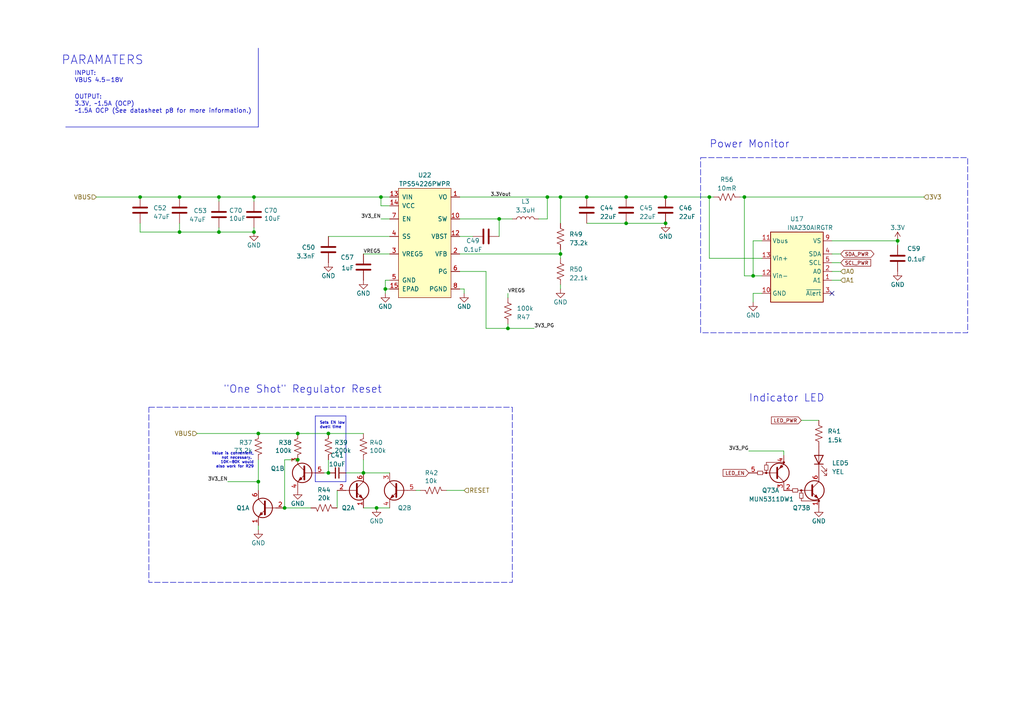
<source format=kicad_sch>
(kicad_sch (version 20230121) (generator eeschema)
  (paper "A4")
  (lib_symbols
    (symbol "Device:C" (pin_numbers hide) (pin_names (offset 0.254))
      (property "Reference" "C" (at 0.635 2.54 0))
      (property "Value" "C" (at 0.635 -2.54 0))
      (symbol "C_0_1"
        (polyline (pts (xy -2.032 -0.762) (xy 2.032 -0.762)) (stroke (width 0.508)))
        (polyline (pts (xy -2.032 0.762) (xy 2.032 0.762)) (stroke (width 0.508)))
      )
      (symbol "C_1_1"
        (pin passive line (at 0 3.81 270) (length 2.794) (name "~") (number "1"))
        (pin passive line (at 0 -3.81 90) (length 2.794) (name "~") (number "2"))
      )
    )
    (symbol "Device:C_Small" (pin_numbers hide) (pin_names (offset 0.254) hide)
      (property "Reference" "C" (at 0.254 1.778 0))
      (property "Value" "C_Small" (at 0.254 -2.032 0))
      (symbol "C_Small_0_1"
        (polyline (pts (xy -1.524 -0.508) (xy 1.524 -0.508)) (stroke (width 0.3302)))
        (polyline (pts (xy -1.524 0.508) (xy 1.524 0.508)) (stroke (width 0.3048)))
      )
      (symbol "C_Small_1_1"
        (pin passive line (at 0 2.54 270) (length 2.032) (name "~") (number "1"))
        (pin passive line (at 0 -2.54 90) (length 2.032) (name "~") (number "2"))
      )
    )
    (symbol "Device:L" (pin_numbers hide) (pin_names (offset 1.016) hide)
      (property "Reference" "L" (at -1.27 0 90))
      (property "Value" "L" (at 1.905 0 90))
      (symbol "L_0_1"
        (arc (start 0 -2.54) (mid 0.6323 -1.905) (end 0 -1.27))
        (arc (start 0 -1.27) (mid 0.6323 -0.635) (end 0 0))
        (arc (start 0 0) (mid 0.6323 0.635) (end 0 1.27))
        (arc (start 0 1.27) (mid 0.6323 1.905) (end 0 2.54))
      )
      (symbol "L_1_1"
        (pin passive line (at 0 3.81 270) (length 1.27) (name "1") (number "1"))
        (pin passive line (at 0 -3.81 90) (length 1.27) (name "2") (number "2"))
      )
    )
    (symbol "Device:LED" (pin_numbers hide) (pin_names (offset 1.016) hide)
      (property "Reference" "D" (at 0 2.54 0))
      (property "Value" "LED" (at 0 -2.54 0))
      (symbol "LED_0_1"
        (polyline (pts (xy -1.27 -1.27) (xy -1.27 1.27)) (stroke (width 0.254)))
        (polyline (pts (xy -1.27 0) (xy 1.27 0)))
        (polyline (pts (xy 1.27 -1.27) (xy 1.27 1.27) (xy -1.27 0) (xy 1.27 -1.27)) (stroke (width 0.254)))
        (polyline (pts (xy -3.048 -0.762) (xy -4.572 -2.286) (xy -3.81 -2.286) (xy -4.572 -2.286) (xy -4.572 -1.524)))
        (polyline (pts (xy -1.778 -0.762) (xy -3.302 -2.286) (xy -2.54 -2.286) (xy -3.302 -2.286) (xy -3.302 -1.524)))
      )
      (symbol "LED_1_1"
        (pin passive line (at -3.81 0 0) (length 2.54) (name "K") (number "1"))
        (pin passive line (at 3.81 0 180) (length 2.54) (name "A") (number "2"))
      )
    )
    (symbol "Device:R_US" (pin_numbers hide) (pin_names (offset 0))
      (property "Reference" "R" (at 2.54 0 90))
      (property "Value" "R_US" (at -2.54 0 90))
      (symbol "R_US_0_1"
        (polyline (pts (xy 0 -2.286) (xy 0 -2.54)))
        (polyline (pts (xy 0 2.286) (xy 0 2.54)))
        (polyline (pts (xy 0 -0.762) (xy 1.016 -1.143) (xy 0 -1.524) (xy -1.016 -1.905) (xy 0 -2.286)))
        (polyline (pts (xy 0 0.762) (xy 1.016 0.381) (xy 0 0) (xy -1.016 -0.381) (xy 0 -0.762)))
        (polyline (pts (xy 0 2.286) (xy 1.016 1.905) (xy 0 1.524) (xy -1.016 1.143) (xy 0 0.762)))
      )
      (symbol "R_US_1_1"
        (pin passive line (at 0 3.81 270) (length 1.27) (name "~") (number "1"))
        (pin passive line (at 0 -3.81 90) (length 1.27) (name "~") (number "2"))
      )
    )
    (symbol "SierraLobo:INA230AxRGT"
      (property "Reference" "U" (at 1.27 1.27 0))
      (property "Value" "INA226A" (at 11.43 1.27 0))
      (symbol "INA230AxRGT_0_1"
        (rectangle (start 0 0) (end 15.24 -20.32) (stroke (width 0.254)) (fill (type background)))
      )
      (symbol "INA230AxRGT_1_1"
        (pin input line (at 17.78 -13.97 180) (length 2.54) (name "A1") (number "1"))
        (pin power_in line (at -2.54 -17.78 0) (length 2.54) (name "GND") (number "10"))
        (pin input line (at -2.54 -2.54 0) (length 2.54) (name "Vbus") (number "11"))
        (pin input line (at -2.54 -12.7 0) (length 2.54) (name "Vin-") (number "12"))
        (pin input line (at -2.54 -7.62 0) (length 2.54) (name "Vin+") (number "13"))
        (pin power_in line (at -2.54 -17.78 0) (length 2.54) hide (name "EP") (number "17"))
        (pin input line (at 17.78 -11.43 180) (length 2.54) (name "A0") (number "2"))
        (pin open_collector line (at 17.78 -17.78 180) (length 2.54) (name "~{Alert}") (number "3"))
        (pin bidirectional line (at 17.78 -6.35 180) (length 2.54) (name "SDA") (number "4"))
        (pin input line (at 17.78 -8.89 180) (length 2.54) (name "SCL") (number "5"))
        (pin power_in line (at 17.78 -2.54 180) (length 2.54) (name "VS") (number "9"))
      )
    )
    (symbol "SierraLobo:MUN5312DW1" (pin_names hide)
      (property "Reference" "Q" (at 3.81 1.27 0))
      (property "Value" "MUN5311DW1" (at 3.81 -1.27 0))
      (symbol "MUN5312DW1_0_1"
        (rectangle (start -6.35 0.508) (end -4.826 -0.508))
        (rectangle (start -4.318 -2.286) (end -3.302 -0.762))
        (circle (center -3.81 0) (radius 0.254) (fill (type outline)))
        (polyline (pts (xy -3.81 -0.762) (xy -3.81 0)))
        (polyline (pts (xy -0.762 0) (xy -4.826 0)))
        (polyline (pts (xy -0.635 1.524) (xy -0.635 -1.524)) (stroke (width 0.508)))
        (polyline (pts (xy -3.81 -2.286) (xy -3.81 -3.048) (xy 1.27 -3.048)))
        (circle (center 1.27 -3.048) (radius 0.254) (fill (type outline)))
      )
      (symbol "MUN5312DW1_1_1"
        (polyline (pts (xy -0.635 0.635) (xy 1.27 2.54)))
        (polyline (pts (xy -0.635 -0.635) (xy 1.27 -2.54) (xy 1.27 -2.54)))
        (polyline (pts (xy 1.016 -1.778) (xy 0.508 -2.286) (xy 0 -1.27) (xy 1.016 -1.778) (xy 1.016 -1.778)) (fill (type outline)))
        (circle (center 0 0) (radius 2.8194) (stroke (width 0.254)))
        (pin passive line (at 1.27 5.08 270) (length 2.54) (name "C1") (number "3"))
        (pin passive line (at 1.27 -5.08 90) (length 2.54) (name "E1") (number "4"))
        (pin input line (at -8.89 0 0) (length 2.54) (name "B1") (number "5"))
      )
      (symbol "MUN5312DW1_2_1"
        (polyline (pts (xy -0.635 0.635) (xy 1.27 2.54)))
        (polyline (pts (xy -0.635 -0.635) (xy 1.27 -2.54) (xy 1.27 -2.54)))
        (polyline (pts (xy 0 -1.778) (xy 0.508 -1.27) (xy 1.016 -2.286) (xy 0 -1.778) (xy 0 -1.778)) (fill (type outline)))
        (circle (center 0 0) (radius 2.8194) (stroke (width 0.254)))
        (pin passive line (at 1.27 -5.08 90) (length 2.54) (name "E2") (number "1"))
        (pin input line (at -8.89 0 0) (length 2.54) (name "B2") (number "2"))
        (pin passive line (at 1.27 5.08 270) (length 2.54) (name "C2") (number "6"))
      )
    )
    (symbol "SierraLobo:TPS54226PWPR_" (pin_names (offset 1.016))
      (property "Reference" "U" (at 0 3.81 0))
      (property "Value" "TPS54226PWPR" (at 0 1.27 0))
      (symbol "TPS54226PWPR__1_0"
        (pin output line (at 10.16 -2.54 180) (length 2.54) (name "VO") (number "1"))
        (pin passive line (at 10.16 -8.89 180) (length 2.54) (name "SW") (number "10"))
        (pin passive line (at 10.16 -8.89 180) (length 2.54) hide (name "SW") (number "11"))
        (pin input line (at 10.16 -13.97 180) (length 2.54) (name "VBST") (number "12"))
        (pin input line (at -10.16 -2.54 0) (length 2.54) (name "VIN") (number "13"))
        (pin input line (at -10.16 -5.08 0) (length 2.54) (name "VCC") (number "14"))
        (pin passive line (at -10.16 -29.21 0) (length 2.54) (name "EPAD") (number "15"))
        (pin input line (at 10.16 -19.05 180) (length 2.54) (name "VFB") (number "2"))
        (pin output line (at -10.16 -19.05 0) (length 2.54) (name "VREG5") (number "3"))
        (pin passive line (at -10.16 -13.97 0) (length 2.54) (name "SS") (number "4"))
        (pin power_in line (at -10.16 -26.67 0) (length 2.54) (name "GND") (number "5"))
        (pin output line (at 10.16 -24.13 180) (length 2.54) (name "PG") (number "6"))
        (pin input line (at -10.16 -8.89 0) (length 2.54) (name "EN") (number "7"))
        (pin power_in line (at 10.16 -29.21 180) (length 2.54) (name "PGND") (number "8"))
        (pin power_in line (at 10.16 -29.21 180) (length 2.54) hide (name "PGND") (number "9"))
      )
      (symbol "TPS54226PWPR__1_1"
        (rectangle (start -7.62 0) (end 7.62 -31.75) (fill (type background)))
      )
    )
    (symbol "Transistor_BJT:MMDT5551" (pin_names (offset 0) hide)
      (property "Reference" "Q" (at 5.08 1.27 0))
      (property "Value" "MMDT5551" (at 5.08 -1.27 0))
      (symbol "MMDT5551_0_1"
        (polyline (pts (xy 0.635 0) (xy -2.54 0)))
        (polyline (pts (xy 0.635 0.635) (xy 2.54 2.54)))
        (polyline (pts (xy 0.635 -0.635) (xy 2.54 -2.54) (xy 2.54 -2.54)))
        (polyline (pts (xy 0.635 1.905) (xy 0.635 -1.905) (xy 0.635 -1.905)) (stroke (width 0.508)))
        (polyline (pts (xy 1.27 -1.778) (xy 1.778 -1.27) (xy 2.286 -2.286) (xy 1.27 -1.778) (xy 1.27 -1.778)) (fill (type outline)))
        (circle (center 1.27 0) (radius 2.8194) (stroke (width 0.254)))
      )
      (symbol "MMDT5551_1_1"
        (pin passive line (at 2.54 -5.08 90) (length 2.54) (name "E1") (number "1"))
        (pin input line (at -5.08 0 0) (length 2.54) (name "B1") (number "2"))
        (pin passive line (at 2.54 5.08 270) (length 2.54) (name "C1") (number "6"))
      )
      (symbol "MMDT5551_2_1"
        (pin passive line (at 2.54 5.08 270) (length 2.54) (name "C2") (number "3"))
        (pin passive line (at 2.54 -5.08 90) (length 2.54) (name "E2") (number "4"))
        (pin input line (at -5.08 0 0) (length 2.54) (name "B2") (number "5"))
      )
    )
    (symbol "mainboard:3.3V" (power) (pin_names (offset 1.016))
      (property "Value" "3.3V" (at -1.016 3.556 0))
      (symbol "3.3V_1_0"
        (polyline (pts (xy 0 2.54) (xy -0.762 1.27)))
        (polyline (pts (xy 0.762 1.27) (xy 0 2.54)))
        (pin power_in line (at 0 0 90) (length 2.54) (name "3.3V") (number "1"))
      )
    )
    (symbol "power:GND" (power) (pin_names (offset 0))
      (property "Value" "GND" (at 0 -3.81 0))
      (symbol "GND_0_1"
        (polyline (pts (xy 0 0) (xy 0 -1.27) (xy 1.27 -1.27) (xy 0 -2.54) (xy -1.27 -1.27) (xy 0 -1.27)))
      )
      (symbol "GND_1_1"
        (pin power_in line (at 0 0 270) (length 0) hide (name "GND") (number "1"))
      )
    )
  )
  (junction (at 260.35 69.85))
  (junction (at 215.9 57.15))
  (junction (at 52.07 67.31))
  (junction (at 52.07 57.15))
  (junction (at 86.36 125.73))
  (junction (at 74.93 125.73))
  (junction (at 205.74 57.15))
  (junction (at 110.49 57.15))
  (junction (at 63.5 67.31))
  (junction (at 86.36 133.35))
  (junction (at 95.25 137.16))
  (junction (at 63.5 57.15))
  (junction (at 162.56 57.15))
  (junction (at 109.22 147.32))
  (junction (at 105.41 137.16))
  (junction (at 181.61 57.15))
  (junction (at 40.64 57.15))
  (junction (at 111.76 83.82))
  (junction (at 95.25 125.73))
  (junction (at 158.75 57.15))
  (junction (at 73.66 67.31))
  (junction (at 82.55 147.32))
  (junction (at 193.04 64.77))
  (junction (at 193.04 57.15))
  (junction (at 170.18 57.15))
  (junction (at 162.56 73.66))
  (junction (at 181.61 64.77))
  (junction (at 144.78 63.5))
  (junction (at 147.32 95.25))
  (junction (at 218.44 80.01))
  (junction (at 73.66 57.15))
  (junction (at 74.93 139.7))
  (no_connect (at 241.3 85.09))
  (polyline (pts (xy 100.33 139.7) (xy 100.33 120.65)))
  (wire (pts (xy 217.17 130.81) (xy 227.33 130.81)))
  (wire (pts (xy 215.9 57.15) (xy 215.9 80.01)))
  (wire (pts (xy 40.64 67.31) (xy 52.07 67.31)))
  (wire (pts (xy 105.41 133.35) (xy 105.41 137.16)))
  (wire (pts (xy 93.98 137.16) (xy 95.25 137.16)))
  (wire (pts (xy 86.36 133.35) (xy 86.36 132.08)))
  (wire (pts (xy 205.74 74.93) (xy 220.98 74.93)))
  (wire (pts (xy 52.07 67.31) (xy 52.07 64.77)))
  (wire (pts (xy 111.76 81.28) (xy 113.03 81.28)))
  (wire (pts (xy 111.76 83.82) (xy 113.03 83.82)))
  (wire (pts (xy 63.5 66.04) (xy 63.5 67.31)))
  (wire (pts (xy 133.35 68.58) (xy 137.16 68.58)))
  (wire (pts (xy 134.62 83.82) (xy 133.35 83.82)))
  (wire (pts (xy 140.97 95.25) (xy 147.32 95.25)))
  (wire (pts (xy 86.36 125.73) (xy 95.25 125.73)))
  (wire (pts (xy 111.76 83.82) (xy 111.76 85.09)))
  (wire (pts (xy 215.9 57.15) (xy 267.97 57.15)))
  (wire (pts (xy 133.35 57.15) (xy 158.75 57.15)))
  (wire (pts (xy 134.62 142.24) (xy 129.54 142.24)))
  (wire (pts (xy 82.55 147.32) (xy 82.55 133.35)))
  (wire (pts (xy 73.66 57.15) (xy 110.49 57.15)))
  (wire (pts (xy 73.66 57.15) (xy 73.66 58.42)))
  (wire (pts (xy 156.21 63.5) (xy 158.75 63.5)))
  (wire (pts (xy 241.3 73.66) (xy 243.84 73.66)))
  (wire (pts (xy 111.76 81.28) (xy 111.76 83.82)))
  (wire (pts (xy 205.74 74.93) (xy 205.74 57.15)))
  (wire (pts (xy 95.25 125.73) (xy 105.41 125.73)))
  (wire (pts (xy 74.93 139.7) (xy 74.93 142.24)))
  (wire (pts (xy 52.07 67.31) (xy 63.5 67.31)))
  (wire (pts (xy 241.3 78.74) (xy 243.84 78.74)))
  (wire (pts (xy 144.78 63.5) (xy 144.78 68.58)))
  (wire (pts (xy 73.66 66.04) (xy 73.66 67.31)))
  (wire (pts (xy 158.75 57.15) (xy 162.56 57.15)))
  (wire (pts (xy 40.64 67.31) (xy 40.64 64.77)))
  (wire (pts (xy 205.74 57.15) (xy 207.01 57.15)))
  (wire (pts (xy 227.33 130.81) (xy 227.33 132.08)))
  (polyline (pts (xy 74.93 13.97) (xy 74.93 36.83)))
  (wire (pts (xy 100.33 137.16) (xy 105.41 137.16)))
  (wire (pts (xy 241.3 69.85) (xy 260.35 69.85)))
  (polyline (pts (xy 100.33 139.7) (xy 91.44 139.7)))
  (wire (pts (xy 140.97 95.25) (xy 140.97 78.74)))
  (wire (pts (xy 170.18 64.77) (xy 181.61 64.77)))
  (wire (pts (xy 147.32 93.98) (xy 147.32 95.25)))
  (wire (pts (xy 110.49 63.5) (xy 113.03 63.5)))
  (wire (pts (xy 218.44 80.01) (xy 220.98 80.01)))
  (polyline (pts (xy 91.44 139.7) (xy 91.44 120.65)))
  (wire (pts (xy 74.93 133.35) (xy 74.93 139.7)))
  (wire (pts (xy 97.79 147.32) (xy 97.79 142.24)))
  (wire (pts (xy 113.03 137.16) (xy 105.41 137.16)))
  (wire (pts (xy 162.56 83.82) (xy 162.56 82.55)))
  (wire (pts (xy 63.5 67.31) (xy 73.66 67.31)))
  (wire (pts (xy 162.56 72.39) (xy 162.56 73.66)))
  (wire (pts (xy 260.35 69.85) (xy 260.35 71.12)))
  (wire (pts (xy 74.93 125.73) (xy 86.36 125.73)))
  (wire (pts (xy 63.5 57.15) (xy 73.66 57.15)))
  (wire (pts (xy 215.9 80.01) (xy 218.44 80.01)))
  (wire (pts (xy 133.35 63.5) (xy 144.78 63.5)))
  (wire (pts (xy 241.3 76.2) (xy 243.84 76.2)))
  (wire (pts (xy 27.94 57.15) (xy 40.64 57.15)))
  (wire (pts (xy 105.41 73.66) (xy 113.03 73.66)))
  (wire (pts (xy 134.62 85.09) (xy 134.62 83.82)))
  (wire (pts (xy 232.41 121.92) (xy 237.49 121.92)))
  (wire (pts (xy 57.15 125.73) (xy 74.93 125.73)))
  (wire (pts (xy 74.93 152.4) (xy 74.93 153.67)))
  (wire (pts (xy 220.98 69.85) (xy 218.44 69.85)))
  (wire (pts (xy 170.18 57.15) (xy 181.61 57.15)))
  (wire (pts (xy 90.17 147.32) (xy 82.55 147.32)))
  (wire (pts (xy 218.44 69.85) (xy 218.44 80.01)))
  (wire (pts (xy 66.04 139.7) (xy 74.93 139.7)))
  (wire (pts (xy 40.64 57.15) (xy 52.07 57.15)))
  (wire (pts (xy 105.41 147.32) (xy 109.22 147.32)))
  (wire (pts (xy 133.35 73.66) (xy 162.56 73.66)))
  (wire (pts (xy 95.25 68.58) (xy 113.03 68.58)))
  (wire (pts (xy 218.44 85.09) (xy 220.98 85.09)))
  (wire (pts (xy 144.78 63.5) (xy 148.59 63.5)))
  (wire (pts (xy 109.22 147.32) (xy 113.03 147.32)))
  (wire (pts (xy 147.32 85.09) (xy 147.32 86.36)))
  (wire (pts (xy 52.07 57.15) (xy 63.5 57.15)))
  (wire (pts (xy 193.04 57.15) (xy 205.74 57.15)))
  (wire (pts (xy 158.75 63.5) (xy 158.75 57.15)))
  (wire (pts (xy 162.56 73.66) (xy 162.56 74.93)))
  (wire (pts (xy 181.61 64.77) (xy 193.04 64.77)))
  (polyline (pts (xy 19.05 36.83) (xy 74.93 36.83)))
  (wire (pts (xy 214.63 57.15) (xy 215.9 57.15)))
  (wire (pts (xy 218.44 87.63) (xy 218.44 85.09)))
  (wire (pts (xy 241.3 81.28) (xy 243.84 81.28)))
  (wire (pts (xy 181.61 57.15) (xy 193.04 57.15)))
  (wire (pts (xy 162.56 57.15) (xy 162.56 64.77)))
  (wire (pts (xy 140.97 78.74) (xy 133.35 78.74)))
  (wire (pts (xy 63.5 58.42) (xy 63.5 57.15)))
  (polyline (pts (xy 100.33 120.65) (xy 91.44 120.65)))
  (wire (pts (xy 95.25 133.35) (xy 95.25 137.16)))
  (wire (pts (xy 162.56 57.15) (xy 170.18 57.15)))
  (wire (pts (xy 110.49 59.69) (xy 113.03 59.69)))
  (wire (pts (xy 110.49 57.15) (xy 113.03 57.15)))
  (wire (pts (xy 147.32 95.25) (xy 154.94 95.25)))
  (wire (pts (xy 121.92 142.24) (xy 120.65 142.24)))
  (wire (pts (xy 110.49 59.69) (xy 110.49 57.15)))
  (wire (pts (xy 82.55 133.35) (xy 86.36 133.35)))
  (rectangle (start 203.2 45.72) (end 280.67 96.52) (stroke (width 0) (type dash)))
  (rectangle (start 43.18 118.11) (end 148.59 168.91) (stroke (width 0) (type dash)))
  (text "Value is convenient,\nnot necessary. \n10K-80K would\nalso work for R29" (at 73.66 135.89 0) (effects (font (size 0.7874 0.7874)) (justify right bottom)))
  (text "\"One Shot\" Regulator Reset" (at 64.77 114.3 0) (effects (font (size 2.159 2.159)) (justify left bottom)))
  (text "PARAMATERS" (at 17.78 19.05 0) (effects (font (size 2.54 2.54)) (justify left bottom)))
  (text "Indicator LED" (at 217.17 116.84 0) (effects (font (size 2.159 2.159)) (justify left bottom)))
  (text "OUTPUT:\n3.3V, ~1.5A (OCP)\n~1.5A OCP (See datasheet p8 for more information.)" (at 21.59 33.02 0) (effects (font (size 1.27 1.27)) (justify left bottom)))
  (text "INPUT:\nVBUS 4.5-18V\n" (at 21.59 24.13 0) (effects (font (size 1.27 1.27)) (justify left bottom)))
  (text "Sets EN low\ndwell time" (at 92.71 124.46 0) (effects (font (size 0.7874 0.7874)) (justify left bottom)))
  (text "Power Monitor" (at 205.74 43.18 0) (effects (font (size 2.159 2.159)) (justify left bottom)))
  (label "3V3_EN" (at 110.49 63.5 180) (effects (font (size 1.016 1.016))))
  (label "3V3_PG" (at 154.94 95.25 0) (effects (font (size 1.016 1.016))))
  (label "VREG5" (at 105.41 73.66 0) (effects (font (size 1.016 1.016))))
  (label "3.3Vout" (at 142.24 57.15 0) (effects (font (size 1.016 1.016))))
  (label "3V3_PG" (at 217.17 130.81 180) (effects (font (size 1.016 1.016))))
  (label "3V3_EN" (at 66.04 139.7 180) (effects (font (size 1.016 1.016))))
  (label "VREG5" (at 147.32 85.09 0) (effects (font (size 1.016 1.016))))
  (global_label "LED_EN" (shape input) (at 217.17 137.16 180) (effects (font (size 1.016 1.016))) (property "Intersheetrefs" "${INTERSHEET_REFS}" (effects hide)))
  (global_label "SCL_PWR" (shape input) (at 243.84 76.2 0) (effects (font (size 1.016 1.016))) (property "Intersheetrefs" "${INTERSHEET_REFS}" (effects hide)))
  (global_label "SDA_PWR" (shape bidirectional) (at 243.84 73.66 0) (effects (font (size 1.016 1.016))) (property "Intersheetrefs" "${INTERSHEET_REFS}" (effects hide)))
  (global_label "LED_PWR" (shape input) (at 232.41 121.92 180) (effects (font (size 1.016 1.016))) (property "Intersheetrefs" "${INTERSHEET_REFS}" (effects hide)))
  (hierarchical_label "VBUS" (shape input) (at 57.15 125.73 180))
  (hierarchical_label "A1" (shape input) (at 243.84 81.28 0))
  (hierarchical_label "RESET" (shape input) (at 134.62 142.24 0))
  (hierarchical_label "3V3" (shape input) (at 267.97 57.15 0))
  (hierarchical_label "VBUS" (shape input) (at 27.94 57.15 180))
  (hierarchical_label "A0" (shape input) (at 243.84 78.74 0))
  (symbol (lib_id "SierraLobo:MUN5312DW1") (at 226.06 137.16 0) (mirror x) (unit 1)
    (property "Reference" "Q73" (at 220.98 142.24 0) (effects (justify left)))
    (property "Value" "MUN5311DW1" (at 217.17 144.78 0) (effects (justify left)))
    (property "Footprint" "Package_TO_SOT_SMD:SOT-363_SC-70-6" (effects hide))
    (property "Datasheet" "https://www.onsemi.com/pdf/datasheet/dtc124ep-d.pdf" (effects hide))
    (property "Mfr. Part No" "MUN5311DW1" (effects hide))
    (property "Manufacturer" "onsemi" (effects hide))
    (instances (project "mainboard" (path "" (reference "Q73") (unit 1)) (path "" (reference "Q74") (unit 1)) (path "" (reference "Q37") (unit 1))))
  )
  (symbol (lib_id "SierraLobo:MUN5312DW1") (at 236.22 142.24 0) (unit 2)
    (property "Reference" "Q73" (at 229.87 147.32 0) (effects (justify left)))
    (property "Value" "MUN5311DW1" (effects hide))
    (property "Footprint" "Package_TO_SOT_SMD:SOT-363_SC-70-6" (effects hide))
    (property "Datasheet" "https://www.onsemi.com/pdf/datasheet/dtc124ep-d.pdf" (effects hide))
    (property "Mfr. Part No" "MUN5311DW1" (effects hide))
    (property "Manufacturer" "onsemi" (effects hide))
    (instances (project "mainboard" (path "" (reference "Q73") (unit 2)) (path "" (reference "Q74") (unit 2)) (path "" (reference "Q37") (unit 2))))
  )
  (symbol (lib_id "Device:R_US") (at 210.82 57.15 270) (mirror x) (unit 1)
    (property "Reference" "R56" (at 210.82 52.07 90))
    (property "Value" "10mR" (at 210.82 54.61 90))
    (property "Footprint" "Resistor_SMD:R_1206_3216Metric" (effects hide))
    (property "Mfr. Part No" "WSLP1206R0100" (effects hide))
    (property "Manufacturer" "Vishay Dale" (effects hide))
    (instances (project "mainboard" (path "" (reference "R56") (unit 1)) (path "" (reference "R148") (unit 1))))
  )
  (symbol (lib_id "Device:LED") (at 237.49 133.35 90) (unit 1)
    (property "Reference" "LED5" (at 241.3 134.3025 90) (effects (justify right)))
    (property "Value" "YEL" (at 241.3 136.8425 90) (effects (justify right)))
    (property "Footprint" "LED_SMD:LED_0402_1005Metric" (effects hide))
    (property "Mfr. Part No" "APHHS1005LSYCK/J3-PF" (effects hide))
    (property "Manufacturer" "Kingbright" (effects hide))
    (instances (project "mainboard" (path "" (reference "LED5") (unit 1)) (path "" (reference "LED7") (unit 1))))
  )
  (symbol (lib_id "power:GND") (at 73.66 67.31 0) (unit 1)
    (property "Reference" "#PWR088" (effects hide))
    (property "Value" "GND" (at 73.66 71.12 0))
    (instances (project "mainboard" (path "" (reference "#PWR088") (unit 1)) (path "" (reference "#PWR0132") (unit 1))))
  )
  (symbol (lib_id "power:GND") (at 95.25 76.2 0) (unit 1)
    (property "Reference" "#PWR088" (effects hide))
    (property "Value" "GND" (at 95.25 80.01 0))
    (instances (project "mainboard" (path "" (reference "#PWR088") (unit 1)) (path "" (reference "#PWR0133") (unit 1))))
  )
  (symbol (lib_id "Transistor_BJT:MMDT5551") (at 102.87 142.24 0) (unit 1)
    (property "Reference" "Q2" (at 99.06 147.32 0) (effects (justify left)))
    (property "Value" "MMDT5551-7-F" (effects hide))
    (property "Footprint" "Package_TO_SOT_SMD:SOT-363_SC-70-6" (effects hide))
    (property "Mfr. Part No" "MMDT5551-7-F" (effects hide))
    (property "Manufacturer" "Diodes Incorporated" (effects hide))
    (instances (project "mainboard" (path "" (reference "Q2") (unit 1)) (path "" (reference "Q38") (unit 1))))
  )
  (symbol (lib_id "Device:C") (at 140.97 68.58 90) (unit 1)
    (property "Reference" "C49" (at 137.16 69.85 90))
    (property "Value" "0.1uF" (at 137.16 72.39 90))
    (property "Footprint" "Capacitor_SMD:C_0402_1005Metric" (effects hide))
    (property "Mfr. Part No" "CGA2B3X7R1H104K050BE" (effects hide))
    (property "Manufacturer" "TDK" (effects hide))
    (instances (project "mainboard" (path "" (reference "C49") (unit 1)) (path "" (reference "C92") (unit 1))))
  )
  (symbol (lib_id "Device:C_Small") (at 97.79 137.16 270) (unit 1)
    (property "Reference" "C41" (at 97.79 132.08 90))
    (property "Value" "10uF" (at 97.79 134.62 90))
    (property "Footprint" "Capacitor_SMD:C_0805_2012Metric" (effects hide))
    (property "Mfr. Part No" "CGA4J1X7S1E106K125AE" (effects hide))
    (property "Manufacturer" "TDK" (effects hide))
    (instances (project "mainboard" (path "" (reference "C41") (unit 1)) (path "" (reference "C96") (unit 1))))
  )
  (symbol (lib_id "Transistor_BJT:MMDT5551") (at 115.57 142.24 0) (mirror y) (unit 2)
    (property "Reference" "Q2" (at 119.38 147.32 0) (effects (justify left)))
    (property "Value" "MMDT5551-7-F" (effects hide))
    (property "Footprint" "Package_TO_SOT_SMD:SOT-363_SC-70-6" (effects hide))
    (property "Mfr. Part No" "MMDT5551-7-F" (effects hide))
    (property "Manufacturer" "Diodes Incorporated" (effects hide))
    (instances (project "mainboard" (path "" (reference "Q2") (unit 2)) (path "" (reference "Q38") (unit 2))))
  )
  (symbol (lib_id "power:GND") (at 237.49 147.32 0) (unit 1)
    (property "Reference" "#PWR0189" (effects hide))
    (property "Value" "GND" (at 237.49 151.13 0))
    (instances (project "mainboard" (path "" (reference "#PWR0189") (unit 1)) (path "" (reference "#PWR0187") (unit 1)) (path "" (reference "#PWR0142") (unit 1))))
  )
  (symbol (lib_id "Device:C") (at 95.25 72.39 0) (mirror x) (unit 1)
    (property "Reference" "C50" (at 91.44 71.755 0) (effects (justify right)))
    (property "Value" "3.3nF" (at 91.44 74.295 0) (effects (justify right)))
    (property "Footprint" "Capacitor_SMD:C_0402_1005Metric" (effects hide))
    (property "Mfr. Part No" "CGA2B2X7R1H332K050BA" (effects hide))
    (property "Manufacturer" "TDK" (effects hide))
    (instances (project "mainboard" (path "" (reference "C50") (unit 1)) (path "" (reference "C93") (unit 1))))
  )
  (symbol (lib_id "power:GND") (at 74.93 153.67 0) (unit 1)
    (property "Reference" "#PWR080" (effects hide))
    (property "Value" "GND" (at 74.93 157.48 0))
    (instances (project "mainboard" (path "" (reference "#PWR080") (unit 1)) (path "" (reference "#PWR0143") (unit 1))))
  )
  (symbol (lib_id "Device:C") (at 73.66 62.23 0) (unit 1)
    (property "Reference" "C70" (at 76.581 61.0616 0) (effects (justify left)))
    (property "Value" "10uF" (at 76.581 63.373 0) (effects (justify left)))
    (property "Footprint" "Capacitor_SMD:C_0805_2012Metric" (effects hide))
    (property "Mfr. Part No" "CGA4J1X7S1E106K125AE" (effects hide))
    (property "Manufacturer" "TDK" (effects hide))
    (instances (project "mainboard" (path "" (reference "C70") (unit 1)) (path "" (reference "C135") (unit 1)) (path "" (reference "C55") (unit 1)) (path "" (reference "C91") (unit 1))))
  )
  (symbol (lib_id "power:GND") (at 193.04 64.77 0) (unit 1)
    (property "Reference" "#PWR080" (effects hide))
    (property "Value" "GND" (at 193.04 68.58 0))
    (instances (project "mainboard" (path "" (reference "#PWR080") (unit 1)) (path "" (reference "#PWR0131") (unit 1))))
  )
  (symbol (lib_id "power:GND") (at 109.22 147.32 0) (unit 1)
    (property "Reference" "#PWR079" (effects hide))
    (property "Value" "GND" (at 109.22 151.13 0))
    (instances (project "mainboard" (path "" (reference "#PWR079") (unit 1)) (path "" (reference "#PWR0141") (unit 1))))
  )
  (symbol (lib_id "power:GND") (at 162.56 83.82 0) (unit 1)
    (property "Reference" "#PWR080" (effects hide))
    (property "Value" "GND" (at 162.56 87.63 0))
    (instances (project "mainboard" (path "" (reference "#PWR080") (unit 1)) (path "" (reference "#PWR0136") (unit 1))))
  )
  (symbol (lib_id "Device:R_US") (at 125.73 142.24 90) (mirror x) (unit 1)
    (property "Reference" "R42" (at 123.19 137.16 90) (effects (justify right)))
    (property "Value" "10k" (at 123.19 139.4714 90) (effects (justify right)))
    (property "Footprint" "Resistor_SMD:R_0402_1005Metric" (effects hide))
    (property "Mfr. Part No" "RMCF0402FT10K0" (effects hide))
    (property "Manufacturer" "Stackpole Electronics" (effects hide))
    (instances (project "mainboard" (path "" (reference "R42") (unit 1)) (path "" (reference "R157") (unit 1))))
  )
  (symbol (lib_id "power:GND") (at 260.35 78.74 0) (unit 1)
    (property "Reference" "#PWR091" (effects hide))
    (property "Value" "GND" (at 260.35 82.55 0))
    (instances (project "mainboard" (path "" (reference "#PWR091") (unit 1)) (path "" (reference "#PWR0134") (unit 1))))
  )
  (symbol (lib_id "Device:R_US") (at 86.36 129.54 0) (mirror y) (unit 1)
    (property "Reference" "R38" (at 84.6582 128.3716 0) (effects (justify left)))
    (property "Value" "100k" (at 84.6582 130.683 0) (effects (justify left)))
    (property "Footprint" "Resistor_SMD:R_0402_1005Metric" (effects hide))
    (property "Mfr. Part No" "RMCF0402FT100K" (effects hide))
    (property "Manufacturer" "Stackpole Electronics" (effects hide))
    (instances (project "mainboard" (path "" (reference "R38") (unit 1)) (path "" (reference "R154") (unit 1))))
  )
  (symbol (lib_id "Device:C") (at 40.64 60.96 0) (unit 1)
    (property "Reference" "C52" (at 44.45 60.325 0) (effects (justify left)))
    (property "Value" "47uF" (at 44.45 62.865 0) (effects (justify left)))
    (property "Footprint" "Capacitor_SMD:C_1206_3216Metric" (effects hide))
    (property "Mfr. Part No" "C3216X5R1E476M160AC" (effects hide))
    (property "Manufacturer" "TDK" (effects hide))
    (instances (project "mainboard" (path "" (reference "C52") (unit 1)) (path "" (reference "C85") (unit 1))))
  )
  (symbol (lib_id "Transistor_BJT:MMDT5551") (at 88.9 137.16 0) (mirror y) (unit 2)
    (property "Reference" "Q1" (at 82.55 135.89 0) (effects (justify left)))
    (property "Value" "MMDT5551-7-F" (effects hide))
    (property "Footprint" "Package_TO_SOT_SMD:SOT-363_SC-70-6" (effects hide))
    (property "Mfr. Part No" "MMDT5551-7-F" (effects hide))
    (property "Manufacturer" "Diodes Incorporated" (effects hide))
    (instances (project "mainboard" (path "" (reference "Q1") (unit 2)) (path "" (reference "Q36") (unit 2))))
  )
  (symbol (lib_id "Device:C") (at 181.61 60.96 0) (unit 1)
    (property "Reference" "C45" (at 185.42 60.325 0) (effects (justify left)))
    (property "Value" "22uF" (at 185.42 62.865 0) (effects (justify left)))
    (property "Footprint" "Capacitor_SMD:C_0805_2012Metric" (effects hide))
    (property "Mfr. Part No" "GRT21BR61C226ME13K" (effects hide))
    (property "Manufacturer" "Murata" (effects hide))
    (instances (project "mainboard" (path "" (reference "C45") (unit 1)) (path "" (reference "C88") (unit 1))))
  )
  (symbol (lib_id "power:GND") (at 105.41 81.28 0) (unit 1)
    (property "Reference" "#PWR088" (effects hide))
    (property "Value" "GND" (at 105.41 85.09 0))
    (instances (project "mainboard" (path "" (reference "#PWR088") (unit 1)) (path "" (reference "#PWR0135") (unit 1))))
  )
  (symbol (lib_id "SierraLobo:INA230AxRGT") (at 223.52 67.31 0) (unit 1)
    (property "Reference" "U17" (at 231.14 63.5 0))
    (property "Value" "INA230AIRGTR" (at 234.95 66.04 0))
    (property "Footprint" "SierraLobo:INA230AIRGTR" (effects hide))
    (property "Datasheet" "http://www.ti.com/lit/ds/symlink/ina226.pdf" (effects hide))
    (property "Mfr. Part No" "INA230AIRGTR" (effects hide))
    (property "Manufacturer" "Texas Instruments" (effects hide))
    (instances (project "mainboard" (path "" (reference "U17") (unit 1)) (path "" (reference "U23") (unit 1))))
  )
  (symbol (lib_id "Device:R_US") (at 105.41 129.54 0) (mirror y) (unit 1)
    (property "Reference" "R40" (at 107.1372 128.3716 0) (effects (justify right)))
    (property "Value" "100k" (at 107.1372 130.683 0) (effects (justify right)))
    (property "Footprint" "Resistor_SMD:R_0402_1005Metric" (effects hide))
    (property "Mfr. Part No" "RMCF0402FT100K" (effects hide))
    (property "Manufacturer" "Stackpole Electronics" (effects hide))
    (instances (project "mainboard" (path "" (reference "R40") (unit 1)) (path "" (reference "R156") (unit 1))))
  )
  (symbol (lib_id "power:GND") (at 111.76 85.09 0) (unit 1)
    (property "Reference" "#PWR088" (effects hide))
    (property "Value" "GND" (at 111.76 88.9 0))
    (instances (project "mainboard" (path "" (reference "#PWR088") (unit 1)) (path "" (reference "#PWR0137") (unit 1))))
  )
  (symbol (lib_id "Device:C") (at 170.18 60.96 0) (unit 1)
    (property "Reference" "C44" (at 173.99 60.325 0) (effects (justify left)))
    (property "Value" "22uF" (at 173.99 62.865 0) (effects (justify left)))
    (property "Footprint" "Capacitor_SMD:C_0805_2012Metric" (effects hide))
    (property "Mfr. Part No" "GRT21BR61C226ME13K" (effects hide))
    (property "Manufacturer" "Murata" (effects hide))
    (instances (project "mainboard" (path "" (reference "C44") (unit 1)) (path "" (reference "C87") (unit 1))))
  )
  (symbol (lib_id "Device:C") (at 105.41 77.47 0) (mirror y) (unit 1)
    (property "Reference" "C57" (at 102.6668 74.6506 0) (effects (justify left)))
    (property "Value" "1uF" (at 102.6668 77.724 0) (effects (justify left)))
    (property "Footprint" "Capacitor_SMD:C_0603_1608Metric" (effects hide))
    (property "Mfr. Part No" "CGA3E1X7R1V105K080AE" (effects hide))
    (property "Manufacturer" "TDK" (effects hide))
    (instances (project "mainboard" (path "" (reference "C57") (unit 1)) (path "" (reference "C95") (unit 1))))
  )
  (symbol (lib_id "Device:R_US") (at 162.56 78.74 0) (unit 1)
    (property "Reference" "R50" (at 165.1 78.105 0) (effects (justify left)))
    (property "Value" "22.1k" (at 165.1 80.645 0) (effects (justify left)))
    (property "Footprint" "Resistor_SMD:R_0603_1608Metric" (effects hide))
    (property "Mfr. Part No" "RMCF0603FT22K1" (effects hide))
    (property "Manufacturer" "Stackpole Electronics" (effects hide))
    (instances (project "mainboard" (path "" (reference "R50") (unit 1)) (path "" (reference "R150") (unit 1))))
  )
  (symbol (lib_id "Device:C") (at 260.35 74.93 0) (unit 1)
    (property "Reference" "C59" (at 263.0932 72.1106 0) (effects (justify left)))
    (property "Value" "0.1uF" (at 263.0932 75.184 0) (effects (justify left)))
    (property "Footprint" "Capacitor_SMD:C_0402_1005Metric" (effects hide))
    (property "Mfr. Part No" "CGA2B3X7R1H104K050BE" (effects hide))
    (property "Manufacturer" "TDK" (effects hide))
    (instances (project "mainboard" (path "" (reference "C59") (unit 1)) (path "" (reference "C94") (unit 1))))
  )
  (symbol (lib_id "power:GND") (at 86.36 142.24 0) (unit 1)
    (property "Reference" "#PWR075" (effects hide))
    (property "Value" "GND" (at 86.36 146.05 0))
    (instances (project "mainboard" (path "" (reference "#PWR075") (unit 1)) (path "" (reference "#PWR0140") (unit 1))))
  )
  (symbol (lib_id "mainboard:3.3V") (at 260.35 69.85 0) (unit 1)
    (property "Reference" "#SUPPLY022" (effects hide))
    (property "Value" "3.3V" (at 260.35 66.04 0))
    (instances (project "mainboard" (path "" (reference "#SUPPLY022") (unit 1)) (path "" (reference "#SUPPLY034") (unit 1)) (path "" (reference "#SUPPLY042") (unit 1))))
  )
  (symbol (lib_id "Device:L") (at 152.4 63.5 270) (mirror x) (unit 1)
    (property "Reference" "L3" (at 152.4 58.42 90))
    (property "Value" "3.3uH" (at 152.4 60.96 90))
    (property "Footprint" "SierraLobo:L_Wuerth_HCI-5040" (effects hide))
    (property "Mfr. Part No" "744316330" (effects hide))
    (property "Manufacturer" "Würth Elektronik" (effects hide))
    (instances (project "mainboard" (path "" (reference "L3") (unit 1)) (path "" (reference "L7") (unit 1))))
  )
  (symbol (lib_id "power:GND") (at 218.44 87.63 0) (unit 1)
    (property "Reference" "#PWR093" (effects hide))
    (property "Value" "GND" (at 218.44 91.44 0))
    (instances (project "mainboard" (path "" (reference "#PWR093") (unit 1)) (path "" (reference "#PWR0139") (unit 1))))
  )
  (symbol (lib_id "Device:C") (at 63.5 62.23 0) (unit 1)
    (property "Reference" "C70" (at 66.421 61.0616 0) (effects (justify left)))
    (property "Value" "10uF" (at 66.421 63.373 0) (effects (justify left)))
    (property "Footprint" "Capacitor_SMD:C_0805_2012Metric" (effects hide))
    (property "Mfr. Part No" "CGA4J1X7S1E106K125AE" (effects hide))
    (property "Manufacturer" "TDK" (effects hide))
    (instances (project "mainboard" (path "" (reference "C70") (unit 1)) (path "" (reference "C135") (unit 1)) (path "" (reference "C54") (unit 1)) (path "" (reference "C90") (unit 1))))
  )
  (symbol (lib_id "Device:R_US") (at 237.49 125.73 180) (unit 1)
    (property "Reference" "R41" (at 240.03 125.095 0) (effects (justify right)))
    (property "Value" "1.5k" (at 240.03 127.635 0) (effects (justify right)))
    (property "Footprint" "Resistor_SMD:R_0402_1005Metric" (effects hide))
    (property "Mfr. Part No" "RMCF0402FT1K50" (effects hide))
    (property "Manufacturer" "Stackpole Electronics" (effects hide))
    (instances (project "mainboard" (path "" (reference "R41") (unit 1)) (path "" (reference "R152") (unit 1))))
  )
  (symbol (lib_id "SierraLobo:TPS54226PWPR_") (at 123.19 54.61 0) (unit 1)
    (property "Reference" "U22" (at 123.19 50.8 0))
    (property "Value" "TPS54226PWPR" (at 123.19 53.34 0))
    (property "Footprint" "SierraLobo:PWP14_2P31X2P46-L" (effects hide))
    (property "Mfr. Part No" "TPS54226PWPR" (effects hide))
    (property "Manufacturer" "Texas Instruments" (effects hide))
  )
  (symbol (lib_id "Device:R_US") (at 93.98 147.32 270) (mirror x) (unit 1)
    (property "Reference" "R44" (at 93.98 142.113 90))
    (property "Value" "20k" (at 93.98 144.4244 90))
    (property "Footprint" "Resistor_SMD:R_0402_1005Metric" (effects hide))
    (property "Mfr. Part No" "RMCF0402FT20K0" (effects hide))
    (property "Manufacturer" "Stackpole Electronics" (effects hide))
    (instances (project "mainboard" (path "" (reference "R44") (unit 1)) (path "" (reference "R158") (unit 1))))
  )
  (symbol (lib_id "Device:C") (at 193.04 60.96 0) (unit 1)
    (property "Reference" "C46" (at 196.85 60.325 0) (effects (justify left)))
    (property "Value" "22uF" (at 196.85 62.865 0) (effects (justify left)))
    (property "Footprint" "Capacitor_SMD:C_0805_2012Metric" (effects hide))
    (property "Mfr. Part No" "GRT21BR61C226ME13K" (effects hide))
    (property "Manufacturer" "Murata" (effects hide))
    (instances (project "mainboard" (path "" (reference "C46") (unit 1)) (path "" (reference "C89") (unit 1))))
  )
  (symbol (lib_id "Device:R_US") (at 74.93 129.54 0) (mirror y) (unit 1)
    (property "Reference" "R37" (at 73.2282 128.3716 0) (effects (justify left)))
    (property "Value" "73.2k" (at 73.2282 130.683 0) (effects (justify left)))
    (property "Footprint" "Resistor_SMD:R_0603_1608Metric" (effects hide))
    (property "Mfr. Part No" "RMCF0603FT73K2" (effects hide))
    (property "Manufacturer" "Stackpole Electronics" (effects hide))
    (instances (project "mainboard" (path "" (reference "R37") (unit 1)) (path "" (reference "R153") (unit 1))))
  )
  (symbol (lib_id "Transistor_BJT:MMDT5551") (at 77.47 147.32 0) (mirror y) (unit 1)
    (property "Reference" "Q1" (at 72.39 147.32 0) (effects (justify left)))
    (property "Value" "MMDT5551-7-F" (effects hide))
    (property "Footprint" "Package_TO_SOT_SMD:SOT-363_SC-70-6" (effects hide))
    (property "Mfr. Part No" "MMDT5551-7-F" (effects hide))
    (property "Manufacturer" "Diodes Incorporated" (effects hide))
    (instances (project "mainboard" (path "" (reference "Q1") (unit 1)) (path "" (reference "Q36") (unit 1))))
  )
  (symbol (lib_id "Device:C") (at 52.07 60.96 0) (unit 1)
    (property "Reference" "C53" (at 56.134 61.849 0) (effects (justify left bottom)))
    (property "Value" "47uF" (at 54.864 64.389 0) (effects (justify left bottom)))
    (property "Footprint" "Capacitor_SMD:C_1206_3216Metric" (effects hide))
    (property "Mfr. Part No" "C3216X5R1E476M160AC" (effects hide))
    (property "Manufacturer" "TDK" (effects hide))
    (instances (project "mainboard" (path "" (reference "C53") (unit 1)) (path "" (reference "C86") (unit 1))))
  )
  (symbol (lib_id "Device:R_US") (at 95.25 129.54 0) (mirror y) (unit 1)
    (property "Reference" "R39" (at 96.9772 128.3716 0) (effects (justify right)))
    (property "Value" "200k" (at 96.9772 130.683 0) (effects (justify right)))
    (property "Footprint" "Resistor_SMD:R_0402_1005Metric" (effects hide))
    (property "Mfr. Part No" "RMCF0402FT200K" (effects hide))
    (property "Manufacturer" "Stackpole Electronics" (effects hide))
    (instances (project "mainboard" (path "" (reference "R39") (unit 1)) (path "" (reference "R155") (unit 1))))
  )
  (symbol (lib_id "power:GND") (at 134.62 85.09 0) (unit 1)
    (property "Reference" "#PWR088" (effects hide))
    (property "Value" "GND" (at 134.62 88.9 0))
    (instances (project "mainboard" (path "" (reference "#PWR088") (unit 1)) (path "" (reference "#PWR0138") (unit 1))))
  )
  (symbol (lib_id "Device:R_US") (at 162.56 68.58 0) (unit 1)
    (property "Reference" "R49" (at 165.1 67.945 0) (effects (justify left)))
    (property "Value" "73.2k" (at 165.1 70.485 0) (effects (justify left)))
    (property "Footprint" "Resistor_SMD:R_0603_1608Metric" (effects hide))
    (property "Mfr. Part No" "RMCF0603FT73K2" (effects hide))
    (property "Manufacturer" "Stackpole Electronics" (effects hide))
    (instances (project "mainboard" (path "" (reference "R49") (unit 1)) (path "" (reference "R149") (unit 1))))
  )
  (symbol (lib_id "Device:R_US") (at 147.32 90.17 0) (unit 1)
    (property "Reference" "R47" (at 149.86 92.71 0) (effects (justify left bottom)))
    (property "Value" "100k" (at 149.86 90.17 0) (effects (justify left bottom)))
    (property "Footprint" "Resistor_SMD:R_0402_1005Metric" (effects hide))
    (property "Mfr. Part No" "RMCF0402FT100K" (effects hide))
    (property "Manufacturer" "Stackpole Electronics" (effects hide))
    (instances (project "mainboard" (path "" (reference "R47") (unit 1)) (path "" (reference "R151") (unit 1))))
  )
)
</source>
